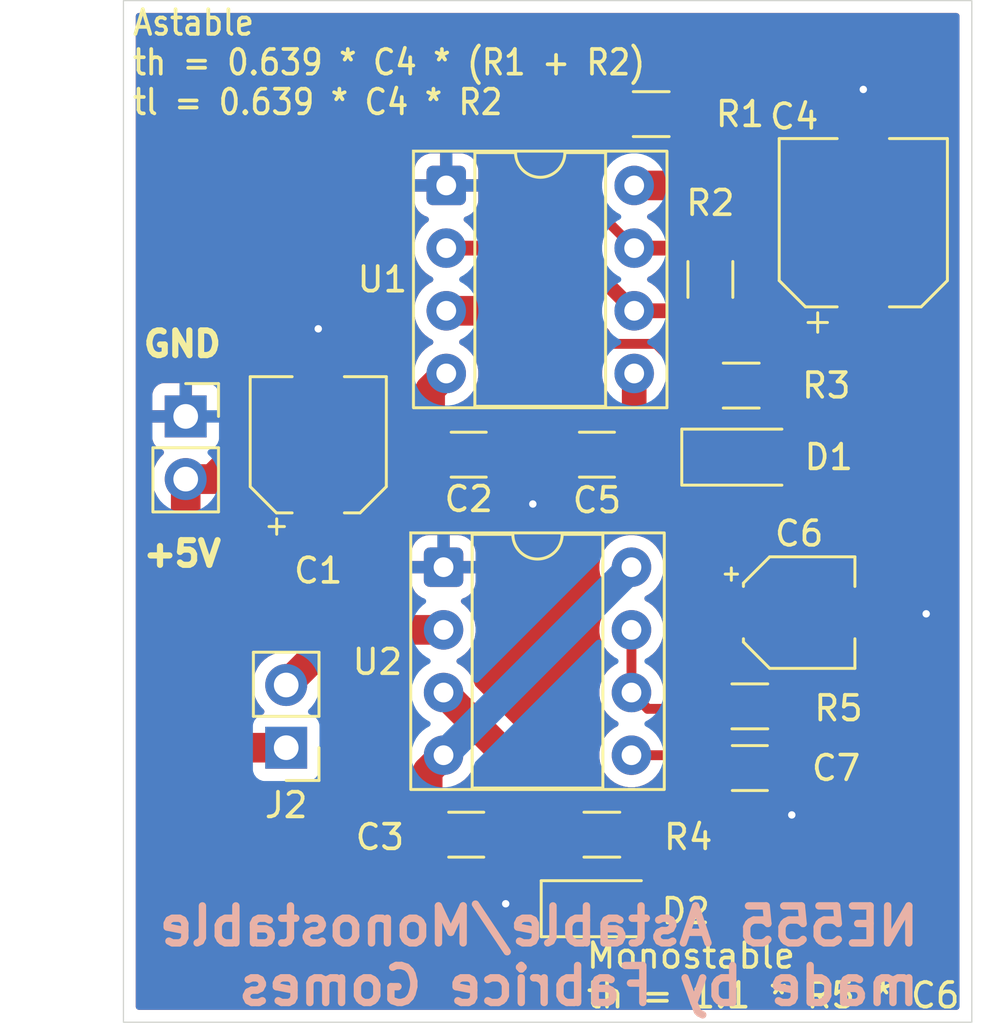
<source format=kicad_pcb>
(kicad_pcb (version 20241229) (generator "pcbnew") (generator_version "9.0")
  (layers (0 "F.Cu" signal) (2 "B.Cu" signal) (13 "F.Paste" user) (15 "B.Paste" user) (5 "F.SilkS" user "F.Silkscreen") (7 "B.SilkS" user "B.Silkscreen") (1 "F.Mask" user) (3 "B.Mask" user) (25 "Edge.Cuts" user))
  (net 0 "")
  (net 1 "+5V")
  (net 2 "GND")
  (net 3 "Net-(U2-CV)")
  (net 4 "Net-(U1-CV)")
  (net 5 "Net-(D1-A)")
  (net 6 "Net-(D2-A)")
  (net 7 "Net-(U2-Q)")
  (net 8 "Net-(U1-Q)")
  (net 9 "Net-(U1-THR)")
  (net 10 "Net-(U1-DIS)")
  (net 11 "Net-(U2-DIS)")
  (net 12 "Net-(J2-Pin_2)")
  (footprint "Package_DIP:DIP-8_W7.62mm_Socket" (layer "F.Cu") (at 104.88 92.26)
    (property "Reference" "U2" (at -2.68 3.84 0) (layer "F.SilkS"))
    (property "Value" "NE555P")
    (fp_line (start 1.16 -1.33) (end 1.16 8.95) (stroke (width 0.12)) (layer "F.SilkS"))
    (fp_line (start 1.16 8.95) (end 6.46 8.95) (stroke (width 0.12)) (layer "F.SilkS"))
    (fp_line (start 2.81 -1.33) (end 1.16 -1.33) (stroke (width 0.12)) (layer "F.SilkS"))
    (fp_line (start 6.46 -1.33) (end 4.81 -1.33) (stroke (width 0.12)) (layer "F.SilkS"))
    (fp_line (start 6.46 8.95) (end 6.46 -1.33) (stroke (width 0.12)) (layer "F.SilkS"))
    (fp_rect (start -1.33 -1.39) (end 8.95 9.01) (stroke (width 0.12)) (fill no) (layer "F.SilkS"))
    (fp_arc (start 4.81 -1.33) (mid 3.81 -0.33) (end 2.81 -1.33) (stroke (width 0.12)) (layer "F.SilkS"))
    (pad "1" thru_hole roundrect (at 0 0) (size 1.6 1.6) (drill 0.8) (layers "*.Cu" "*.Mask") (roundrect_rratio 0.15625) (net 2 "GND"))
    (pad "2" thru_hole circle (at 0 2.54) (size 1.6 1.6) (drill 0.8) (layers "*.Cu" "*.Mask"))
    (pad "3" thru_hole circle (at 0 5.08) (size 1.6 1.6) (drill 0.8) (layers "*.Cu" "*.Mask") (net 7 "Net-(U2-Q)"))
    (pad "4" thru_hole circle (at 0 7.62) (size 1.6 1.6) (drill 0.8) (layers "*.Cu" "*.Mask") (net 1 "+5V"))
    (pad "5" thru_hole circle (at 7.62 7.62) (size 1.6 1.6) (drill 0.8) (layers "*.Cu" "*.Mask") (net 3 "Net-(U2-CV)"))
    (pad "6" thru_hole circle (at 7.62 5.08) (size 1.6 1.6) (drill 0.8) (layers "*.Cu" "*.Mask") (net 11 "Net-(U2-DIS)"))
    (pad "7" thru_hole circle (at 7.62 2.54) (size 1.6 1.6) (drill 0.8) (layers "*.Cu" "*.Mask") (net 11 "Net-(U2-DIS)"))
    (pad "8" thru_hole circle (at 7.62 0) (size 1.6 1.6) (drill 0.8) (layers "*.Cu" "*.Mask") (net 1 "+5V"))
  )
  (footprint "Package_DIP:DIP-8_W7.62mm_Socket" (layer "F.Cu") (at 104.99 76.79)
    (property "Reference" "U1" (at -2.59 3.81 0) (layer "F.SilkS"))
    (property "Value" "NE555P")
    (fp_line (start 1.16 -1.33) (end 1.16 8.95) (stroke (width 0.12)) (layer "F.SilkS"))
    (fp_line (start 1.16 8.95) (end 6.46 8.95) (stroke (width 0.12)) (layer "F.SilkS"))
    (fp_line (start 2.81 -1.33) (end 1.16 -1.33) (stroke (width 0.12)) (layer "F.SilkS"))
    (fp_line (start 6.46 -1.33) (end 4.81 -1.33) (stroke (width 0.12)) (layer "F.SilkS"))
    (fp_line (start 6.46 8.95) (end 6.46 -1.33) (stroke (width 0.12)) (layer "F.SilkS"))
    (fp_rect (start -1.33 -1.39) (end 8.95 9.01) (stroke (width 0.12)) (fill no) (layer "F.SilkS"))
    (fp_arc (start 4.81 -1.33) (mid 3.81 -0.33) (end 2.81 -1.33) (stroke (width 0.12)) (layer "F.SilkS"))
    (pad "1" thru_hole roundrect (at 0 0) (size 1.6 1.6) (drill 0.8) (layers "*.Cu" "*.Mask") (roundrect_rratio 0.15625) (net 2 "GND"))
    (pad "2" thru_hole circle (at 0 2.54) (size 1.6 1.6) (drill 0.8) (layers "*.Cu" "*.Mask") (net 9 "Net-(U1-THR)"))
    (pad "3" thru_hole circle (at 0 5.08) (size 1.6 1.6) (drill 0.8) (layers "*.Cu" "*.Mask") (net 8 "Net-(U1-Q)"))
    (pad "4" thru_hole circle (at 0 7.62) (size 1.6 1.6) (drill 0.8) (layers "*.Cu" "*.Mask") (net 1 "+5V"))
    (pad "5" thru_hole circle (at 7.62 7.62) (size 1.6 1.6) (drill 0.8) (layers "*.Cu" "*.Mask") (net 4 "Net-(U1-CV)"))
    (pad "6" thru_hole circle (at 7.62 5.08) (size 1.6 1.6) (drill 0.8) (layers "*.Cu" "*.Mask") (net 9 "Net-(U1-THR)"))
    (pad "7" thru_hole circle (at 7.62 2.54) (size 1.6 1.6) (drill 0.8) (layers "*.Cu" "*.Mask") (net 10 "Net-(U1-DIS)"))
    (pad "8" thru_hole circle (at 7.62 0) (size 1.6 1.6) (drill 0.8) (layers "*.Cu" "*.Mask") (net 1 "+5V"))
  )
  (footprint "Capacitor_SMD:C_1206_3216Metric_Pad1.33x1.80mm_HandSolder" (layer "F.Cu") (at 111.1 87.7 180)
    (property "Reference" "C5" (at 0 -1.85 0) (layer "F.SilkS"))
    (property "Value" "10n")
    (fp_line (start -0.711252 0.91) (end 0.711252 0.91) (stroke (width 0.12)) (layer "F.SilkS"))
    (fp_line (start -0.711252 -0.91) (end 0.711252 -0.91) (stroke (width 0.12)) (layer "F.SilkS"))
    (pad "1" smd roundrect (at -1.5625 0 180) (size 1.325 1.8) (layers "F.Cu" "F.Mask" "F.Paste") (roundrect_rratio 0.188679) (net 4 "Net-(U1-CV)"))
    (pad "2" smd roundrect (at 1.5625 0 180) (size 1.325 1.8) (layers "F.Cu" "F.Mask" "F.Paste") (roundrect_rratio 0.188679) (net 2 "GND"))
  )
  (footprint "Capacitor_SMD:C_1206_3216Metric_Pad1.33x1.80mm_HandSolder" (layer "F.Cu") (at 117.3 100.4)
    (property "Reference" "C7" (at 3.5 0 0) (layer "F.SilkS"))
    (property "Value" "10n")
    (fp_line (start -0.711252 -0.91) (end 0.711252 -0.91) (stroke (width 0.12)) (layer "F.SilkS"))
    (fp_line (start -0.711252 0.91) (end 0.711252 0.91) (stroke (width 0.12)) (layer "F.SilkS"))
    (pad "1" smd roundrect (at -1.5625 0) (size 1.325 1.8) (layers "F.Cu" "F.Mask" "F.Paste") (roundrect_rratio 0.188679) (net 3 "Net-(U2-CV)"))
    (pad "2" smd roundrect (at 1.5625 0) (size 1.325 1.8) (layers "F.Cu" "F.Mask" "F.Paste") (roundrect_rratio 0.188679) (net 2 "GND"))
  )
  (footprint "Diode_SMD:D_1206_3216Metric_Pad1.42x1.75mm_HandSolder" (layer "F.Cu") (at 117 87.8)
    (property "Reference" "D1" (at 3.5 0 0) (layer "F.SilkS"))
    (property "Value" "Rot")
    (fp_line (start -2.46 -1.135) (end -2.46 1.135) (stroke (width 0.12)) (layer "F.SilkS"))
    (fp_line (start -2.46 1.135) (end 1.6 1.135) (stroke (width 0.12)) (layer "F.SilkS"))
    (fp_line (start 1.6 -1.135) (end -2.46 -1.135) (stroke (width 0.12)) (layer "F.SilkS"))
    (pad "1" smd roundrect (at -1.4875 0) (size 1.425 1.75) (layers "F.Cu" "F.Mask" "F.Paste") (roundrect_rratio 0.175439) (net 2 "GND"))
    (pad "2" smd roundrect (at 1.4875 0) (size 1.425 1.75) (layers "F.Cu" "F.Mask" "F.Paste") (roundrect_rratio 0.175439) (net 5 "Net-(D1-A)"))
  )
  (footprint "Capacitor_SMD:CP_Elec_4x5.4" (layer "F.Cu") (at 119.3 94.1)
    (property "Reference" "C6" (at 0 -3.2 0) (layer "F.SilkS"))
    (property "Value" "22u")
    (fp_line (start -3 -1.56) (end -2.5 -1.56) (stroke (width 0.12)) (layer "F.SilkS"))
    (fp_line (start -2.75 -1.81) (end -2.75 -1.31) (stroke (width 0.12)) (layer "F.SilkS"))
    (fp_line (start -2.26 -1.195563) (end -2.26 -1.06) (stroke (width 0.12)) (layer "F.SilkS"))
    (fp_line (start -2.26 -1.195563) (end -1.195563 -2.26) (stroke (width 0.12)) (layer "F.SilkS"))
    (fp_line (start -2.26 1.195563) (end -2.26 1.06) (stroke (width 0.12)) (layer "F.SilkS"))
    (fp_line (start -2.26 1.195563) (end -1.195563 2.26) (stroke (width 0.12)) (layer "F.SilkS"))
    (fp_line (start -1.195563 -2.26) (end 2.26 -2.26) (stroke (width 0.12)) (layer "F.SilkS"))
    (fp_line (start -1.195563 2.26) (end 2.26 2.26) (stroke (width 0.12)) (layer "F.SilkS"))
    (fp_line (start 2.26 -2.26) (end 2.26 -1.06) (stroke (width 0.12)) (layer "F.SilkS"))
    (fp_line (start 2.26 2.26) (end 2.26 1.06) (stroke (width 0.12)) (layer "F.SilkS"))
    (pad "1" smd roundrect (at -1.8 0) (size 2.6 1.6) (layers "F.Cu" "F.Mask" "F.Paste") (roundrect_rratio 0.15625) (net 11 "Net-(U2-DIS)"))
    (pad "2" smd roundrect (at 1.8 0) (size 2.6 1.6) (layers "F.Cu" "F.Mask" "F.Paste") (roundrect_rratio 0.15625) (net 2 "GND"))
  )
  (footprint "Connector_PinHeader_2.54mm:PinHeader_1x02_P2.54mm_Vertical" (layer "F.Cu") (at 98.5 99.575 180)
    (property "Reference" "J2" (at 0 -2.33 0) (layer "F.SilkS"))
    (property "Value" "Conn_01x02_Pin")
    (fp_line (start 1.33 1.27) (end 1.33 3.87) (stroke (width 0.12)) (layer "F.SilkS"))
    (fp_line (start -1.33 3.87) (end 1.33 3.87) (stroke (width 0.12)) (layer "F.SilkS"))
    (fp_line (start -1.33 1.27) (end 1.33 1.27) (stroke (width 0.12)) (layer "F.SilkS"))
    (fp_line (start -1.33 1.27) (end -1.33 3.87) (stroke (width 0.12)) (layer "F.SilkS"))
    (fp_line (start -1.33 0) (end -1.33 -1.33) (stroke (width 0.12)) (layer "F.SilkS"))
    (fp_line (start -1.33 -1.33) (end 0 -1.33) (stroke (width 0.12)) (layer "F.SilkS"))
    (pad "1" thru_hole rect (at 0 0 180) (size 1.7 1.7) (drill 1) (layers "*.Cu" "*.Mask") (net 1 "+5V"))
    (pad "2" thru_hole oval (at 0 2.54 180) (size 1.7 1.7) (drill 1) (layers "*.Cu" "*.Mask") (net 12 "Net-(J2-Pin_2)"))
  )
  (footprint "Resistor_SMD:R_1206_3216Metric_Pad1.30x1.75mm_HandSolder" (layer "F.Cu") (at 111.3 103.1)
    (property "Reference" "R4" (at 3.5 0.1 0) (layer "F.SilkS"))
    (property "Value" "330")
    (fp_line (start -0.727064 -0.91) (end 0.727064 -0.91) (stroke (width 0.12)) (layer "F.SilkS"))
    (fp_line (start -0.727064 0.91) (end 0.727064 0.91) (stroke (width 0.12)) (layer "F.SilkS"))
    (pad "1" smd roundrect (at -1.55 0) (size 1.3 1.75) (layers "F.Cu" "F.Mask" "F.Paste") (roundrect_rratio 0.192308) (net 7 "Net-(U2-Q)"))
    (pad "2" smd roundrect (at 1.55 0) (size 1.3 1.75) (layers "F.Cu" "F.Mask" "F.Paste") (roundrect_rratio 0.192308) (net 6 "Net-(D2-A)"))
  )
  (footprint "Connector_PinSocket_2.54mm:PinSocket_1x02_P2.54mm_Vertical" (layer "F.Cu") (at 94.425 86.15)
    (property "Reference" "J1" (hide yes))
    (property "Value" "Conn_01x02_Socket")
    (fp_line (start -1.33 1.27) (end -1.33 3.87) (stroke (width 0.12)) (layer "F.SilkS"))
    (fp_line (start -1.33 1.27) (end 1.33 1.27) (stroke (width 0.12)) (layer "F.SilkS"))
    (fp_line (start -1.33 3.87) (end 1.33 3.87) (stroke (width 0.12)) (layer "F.SilkS"))
    (fp_line (start 0 -1.33) (end 1.33 -1.33) (stroke (width 0.12)) (layer "F.SilkS"))
    (fp_line (start 1.33 -1.33) (end 1.33 0) (stroke (width 0.12)) (layer "F.SilkS"))
    (fp_line (start 1.33 1.27) (end 1.33 3.87) (stroke (width 0.12)) (layer "F.SilkS"))
    (pad "1" thru_hole rect (at 0 0) (size 1.7 1.7) (drill 1) (layers "*.Cu" "*.Mask") (net 2 "GND"))
    (pad "2" thru_hole oval (at 0 2.54) (size 1.7 1.7) (drill 1) (layers "*.Cu" "*.Mask") (net 1 "+5V"))
  )
  (footprint "Resistor_SMD:R_1206_3216Metric_Pad1.30x1.75mm_HandSolder" (layer "F.Cu") (at 116.95 84.9)
    (property "Reference" "R3" (at 3.45 0 0) (layer "F.SilkS"))
    (property "Value" "330")
    (fp_line (start -0.727064 -0.91) (end 0.727064 -0.91) (stroke (width 0.12)) (layer "F.SilkS"))
    (fp_line (start -0.727064 0.91) (end 0.727064 0.91) (stroke (width 0.12)) (layer "F.SilkS"))
    (pad "1" smd roundrect (at -1.55 0) (size 1.3 1.75) (layers "F.Cu" "F.Mask" "F.Paste") (roundrect_rratio 0.192308) (net 8 "Net-(U1-Q)"))
    (pad "2" smd roundrect (at 1.55 0) (size 1.3 1.75) (layers "F.Cu" "F.Mask" "F.Paste") (roundrect_rratio 0.192308) (net 5 "Net-(D1-A)"))
  )
  (footprint "Capacitor_SMD:CP_Elec_5x5.4" (layer "F.Cu") (at 99.8 87.3 90)
    (property "Reference" "C1" (at -5.1 0 180) (layer "F.SilkS"))
    (property "Value" "10u")
    (fp_line (start 2.76 -2.76) (end 2.76 -1.06) (stroke (width 0.12)) (layer "F.SilkS"))
    (fp_line (start -1.695563 -2.76) (end 2.76 -2.76) (stroke (width 0.12)) (layer "F.SilkS"))
    (fp_line (start -3.3125 -1.9975) (end -3.3125 -1.3725) (stroke (width 0.12)) (layer "F.SilkS"))
    (fp_line (start -2.76 -1.695563) (end -1.695563 -2.76) (stroke (width 0.12)) (layer "F.SilkS"))
    (fp_line (start -2.76 -1.695563) (end -2.76 -1.06) (stroke (width 0.12)) (layer "F.SilkS"))
    (fp_line (start -3.625 -1.685) (end -3 -1.685) (stroke (width 0.12)) (layer "F.SilkS"))
    (fp_line (start -2.76 1.695563) (end -2.76 1.06) (stroke (width 0.12)) (layer "F.SilkS"))
    (fp_line (start -2.76 1.695563) (end -1.695563 2.76) (stroke (width 0.12)) (layer "F.SilkS"))
    (fp_line (start 2.76 2.76) (end 2.76 1.06) (stroke (width 0.12)) (layer "F.SilkS"))
    (fp_line (start -1.695563 2.76) (end 2.76 2.76) (stroke (width 0.12)) (layer "F.SilkS"))
    (pad "1" smd roundrect (at -2.2 0 90) (size 3 1.6) (layers "F.Cu" "F.Mask" "F.Paste") (roundrect_rratio 0.15625) (net 1 "+5V"))
    (pad "2" smd roundrect (at 2.2 0 90) (size 3 1.6) (layers "F.Cu" "F.Mask" "F.Paste") (roundrect_rratio 0.15625) (net 2 "GND"))
  )
  (footprint "Diode_SMD:D_1206_3216Metric_Pad1.42x1.75mm_HandSolder" (layer "F.Cu") (at 111.3 106.1)
    (property "Reference" "D2" (at 3.4 0.1 0) (layer "F.SilkS"))
    (property "Value" "Rot")
    (fp_line (start -2.46 -1.135) (end -2.46 1.135) (stroke (width 0.12)) (layer "F.SilkS"))
    (fp_line (start -2.46 1.135) (end 1.6 1.135) (stroke (width 0.12)) (layer "F.SilkS"))
    (fp_line (start 1.6 -1.135) (end -2.46 -1.135) (stroke (width 0.12)) (layer "F.SilkS"))
    (pad "1" smd roundrect (at -1.4875 0) (size 1.425 1.75) (layers "F.Cu" "F.Mask" "F.Paste") (roundrect_rratio 0.175439) (net 2 "GND"))
    (pad "2" smd roundrect (at 1.4875 0) (size 1.425 1.75) (layers "F.Cu" "F.Mask" "F.Paste") (roundrect_rratio 0.175439) (net 6 "Net-(D2-A)"))
  )
  (footprint "Capacitor_SMD:C_1206_3216Metric_Pad1.33x1.80mm_HandSolder" (layer "F.Cu") (at 105.9 87.7)
    (property "Reference" "C2" (at 0 1.8 0) (layer "F.SilkS"))
    (property "Value" "100n")
    (fp_line (start -0.711252 -0.91) (end 0.711252 -0.91) (stroke (width 0.12)) (layer "F.SilkS"))
    (fp_line (start -0.711252 0.91) (end 0.711252 0.91) (stroke (width 0.12)) (layer "F.SilkS"))
    (pad "1" smd roundrect (at -1.5625 0) (size 1.325 1.8) (layers "F.Cu" "F.Mask" "F.Paste") (roundrect_rratio 0.188679) (net 1 "+5V"))
    (pad "2" smd roundrect (at 1.5625 0) (size 1.325 1.8) (layers "F.Cu" "F.Mask" "F.Paste") (roundrect_rratio 0.188679) (net 2 "GND"))
  )
  (footprint "Capacitor_SMD:CP_Elec_6.3x7.7" (layer "F.Cu") (at 121.9 78.3 90)
    (property "Reference" "C4" (at 4.3 -2.8 180) (layer "F.SilkS"))
    (property "Value" "100u")
    (fp_line (start 3.41 -3.41) (end 3.41 -1.06) (stroke (width 0.12)) (layer "F.SilkS"))
    (fp_line (start -2.345563 -3.41) (end 3.41 -3.41) (stroke (width 0.12)) (layer "F.SilkS"))
    (fp_line (start -3.41 -2.345563) (end -2.345563 -3.41) (stroke (width 0.12)) (layer "F.SilkS"))
    (fp_line (start -3.41 -2.345563) (end -3.41 -1.06) (stroke (width 0.12)) (layer "F.SilkS"))
    (fp_line (start -4.04375 -2.24125) (end -4.04375 -1.45375) (stroke (width 0.12)) (layer "F.SilkS"))
    (fp_line (start -4.4375 -1.8475) (end -3.65 -1.8475) (stroke (width 0.12)) (layer "F.SilkS"))
    (fp_line (start -3.41 2.345563) (end -3.41 1.06) (stroke (width 0.12)) (layer "F.SilkS"))
    (fp_line (start -3.41 2.345563) (end -2.345563 3.41) (stroke (width 0.12)) (layer "F.SilkS"))
    (fp_line (start 3.41 3.41) (end 3.41 1.06) (stroke (width 0.12)) (layer "F.SilkS"))
    (fp_line (start -2.345563 3.41) (end 3.41 3.41) (stroke (width 0.12)) (layer "F.SilkS"))
    (pad "1" smd roundrect (at -2.7 0 90) (size 3.5 1.6) (layers "F.Cu" "F.Mask" "F.Paste") (roundrect_rratio 0.15625) (net 9 "Net-(U1-THR)"))
    (pad "2" smd roundrect (at 2.7 0 90) (size 3.5 1.6) (layers "F.Cu" "F.Mask" "F.Paste") (roundrect_rratio 0.15625) (net 2 "GND"))
  )
  (footprint "Resistor_SMD:R_1206_3216Metric_Pad1.30x1.75mm_HandSolder" (layer "F.Cu") (at 115.7 80.6 90)
    (property "Reference" "R2" (at 3.1 0 180) (layer "F.SilkS"))
    (property "Value" "15k")
    (fp_line (start -0.727064 -0.91) (end 0.727064 -0.91) (stroke (width 0.12)) (layer "F.SilkS"))
    (fp_line (start -0.727064 0.91) (end 0.727064 0.91) (stroke (width 0.12)) (layer "F.SilkS"))
    (pad "1" smd roundrect (at -1.55 0 90) (size 1.3 1.75) (layers "F.Cu" "F.Mask" "F.Paste") (roundrect_rratio 0.192308) (net 9 "Net-(U1-THR)"))
    (pad "2" smd roundrect (at 1.55 0 90) (size 1.3 1.75) (layers "F.Cu" "F.Mask" "F.Paste") (roundrect_rratio 0.192308) (net 10 "Net-(U1-DIS)"))
  )
  (footprint "Resistor_SMD:R_1206_3216Metric_Pad1.30x1.75mm_HandSolder" (layer "F.Cu") (at 113.3 73.9)
    (property "Reference" "R1" (at 3.6 0 0) (layer "F.SilkS"))
    (property "Value" "1k")
    (fp_line (start -0.727064 -0.91) (end 0.727064 -0.91) (stroke (width 0.12)) (layer "F.SilkS"))
    (fp_line (start -0.727064 0.91) (end 0.727064 0.91) (stroke (width 0.12)) (layer "F.SilkS"))
    (pad "1" smd roundrect (at -1.55 0) (size 1.3 1.75) (layers "F.Cu" "F.Mask" "F.Paste") (roundrect_rratio 0.192308) (net 10 "Net-(U1-DIS)"))
    (pad "2" smd roundrect (at 1.55 0) (size 1.3 1.75) (layers "F.Cu" "F.Mask" "F.Paste") (roundrect_rratio 0.192308) (net 1 "+5V"))
  )
  (footprint "Resistor_SMD:R_1206_3216Metric_Pad1.30x1.75mm_HandSolder" (layer "F.Cu") (at 117.3 97.9 180)
    (property "Reference" "R5" (at -3.596181 -0.079505 0) (layer "F.SilkS"))
    (property "Value" "39k")
    (fp_line (start -0.727064 0.91) (end 0.727064 0.91) (stroke (width 0.12)) (layer "F.SilkS"))
    (fp_line (start -0.727064 -0.91) (end 0.727064 -0.91) (stroke (width 0.12)) (layer "F.SilkS"))
    (pad "1" smd roundrect (at -1.55 0 180) (size 1.3 1.75) (layers "F.Cu" "F.Mask" "F.Paste") (roundrect_rratio 0.192308) (net 11 "Net-(U2-DIS)"))
    (pad "2" smd roundrect (at 1.55 0 180) (size 1.3 1.75) (layers "F.Cu" "F.Mask" "F.Paste") (roundrect_rratio 0.192308) (net 1 "+5V"))
  )
  (footprint "Capacitor_SMD:C_1206_3216Metric_Pad1.33x1.80mm_HandSolder" (layer "F.Cu") (at 105.8 103.1)
    (property "Reference" "C3" (at -3.5 0.1 0) (layer "F.SilkS"))
    (property "Value" "100n")
    (fp_line (start -0.711252 -0.91) (end 0.711252 -0.91) (stroke (width 0.12)) (layer "F.SilkS"))
    (fp_line (start -0.711252 0.91) (end 0.711252 0.91) (stroke (width 0.12)) (layer "F.SilkS"))
    (pad "1" smd roundrect (at -1.5625 0) (size 1.325 1.8) (layers "F.Cu" "F.Mask" "F.Paste") (roundrect_rratio 0.188679) (net 1 "+5V"))
    (pad "2" smd roundrect (at 1.5625 0) (size 1.325 1.8) (layers "F.Cu" "F.Mask" "F.Paste") (roundrect_rratio 0.188679) (net 2 "GND"))
  )
  (gr_rect (start 91.9 69.3) (end 126.3 110.7) (stroke (width 0.05)) (fill no) (layer "Edge.Cuts"))
  (gr_text "GND\n" (at 92.6 83.8 0) (layer "F.SilkS") (effects (font (size 1 1) (thickness 0.25) (bold yes)) (justify left bottom)))
  (gr_text "Astable\nth = 0.639 * C4 * (R1 + R2)\ntl = 0.639 * C4 * R2  " (at 92.2 74 0) (layer "F.SilkS") (effects (font (size 1 0.9)) (justify left bottom)))
  (gr_text "+5V" (at 92.6 92.3 0) (layer "F.SilkS") (effects (font (size 1 1) (thickness 0.25) (bold yes)) (justify left bottom)))
  (gr_text "Monostable\nth = 1.1 * R5 * C6\n" (at 110.6 110.2 0) (layer "F.SilkS") (effects (font (size 1 1)) (justify left bottom)))
  (gr_text "NE555 Astable/Monostable\nmade by Fabrice Gomes" (at 124.3 110.1 0) (layer "B.SilkS") (effects (font (size 1.5 1.5) (thickness 0.3) (bold yes)) (justify left bottom mirror)))
  (segment (start 114.9 75.9) (end 114.85 75.85) (width 1.2) (layer "F.Cu") (net 1))
  (segment (start 98.99 88.69) (end 99.8 89.5) (width 1.2) (layer "F.Cu") (net 1))
  (segment (start 95.51 88.69) (end 96.9 87.3) (width 1.2) (layer "F.Cu") (net 1))
  (segment (start 104.3375 87.7) (end 104.3375 85.0625) (width 1.2) (layer "F.Cu") (net 1))
  (segment (start 94.425 106.225) (end 96.6 108.4) (width 1.2) (layer "F.Cu") (net 1))
  (segment (start 96.6 108.4) (end 100.1 108.4) (width 1.2) (layer "F.Cu") (net 1))
  (segment (start 94.425 88.69) (end 94.425 98.8) (width 1.2) (layer "F.Cu") (net 1))
  (segment (start 104.3375 85.0625) (end 104.99 84.41) (width 1.2) (layer "F.Cu") (net 1))
  (segment (start 102.5375 89.5) (end 104.3375 87.7) (width 1.2) (layer "F.Cu") (net 1))
  (segment (start 114.01 76.79) (end 114.9 75.9) (width 1.2) (layer "F.Cu") (net 1))
  (segment (start 99.8 89.5) (end 102.5375 89.5) (width 1.2) (layer "F.Cu") (net 1))
  (segment (start 99.2 71.3) (end 112.25 71.3) (width 1.2) (layer "F.Cu") (net 1))
  (segment (start 104.2375 104.2625) (end 104.2375 103.1) (width 1.2) (layer "F.Cu") (net 1))
  (segment (start 100.1 108.4) (end 120 108.4) (width 1.2) (layer "F.Cu") (net 1))
  (segment (start 94.425 98.8) (end 95.2 99.575) (width 1.2) (layer "F.Cu") (net 1))
  (segment (start 121.2 98) (end 118.85 98) (width 1.2) (layer "F.Cu") (net 1))
  (segment (start 112.25 71.3) (end 114.85 73.9) (width 1.2) (layer "F.Cu") (net 1))
  (segment (start 100.1 108.4) (end 104.2375 104.2625) (width 1.2) (layer "F.Cu") (net 1))
  (segment (start 122.7 99.5) (end 121.2 98) (width 1.2) (layer "F.Cu") (net 1))
  (segment (start 96.9 73.6) (end 99.2 71.3) (width 1.2) (layer "F.Cu") (net 1))
  (segment (start 112.61 76.79) (end 114.01 76.79) (width 1.2) (layer "F.Cu") (net 1))
  (segment (start 94.425 98.8) (end 94.425 106.225) (width 1.2) (layer "F.Cu") (net 1))
  (segment (start 94.425 88.69) (end 98.99 88.69) (width 1.2) (layer "F.Cu") (net 1))
  (segment (start 120 108.4) (end 122.7 105.7) (width 1.2) (layer "F.Cu") (net 1))
  (segment (start 104.2375 100.5225) (end 104.88 99.88) (width 1.2) (layer "F.Cu") (net 1))
  (segment (start 122.7 105.7) (end 122.7 99.5) (width 1.2) (layer "F.Cu") (net 1))
  (segment (start 96.9 87.3) (end 96.9 73.6) (width 1.2) (layer "F.Cu") (net 1))
  (segment (start 114.85 75.85) (end 114.85 73.9) (width 1.2) (layer "F.Cu") (net 1))
  (segment (start 104.2375 103.1) (end 104.2375 100.5225) (width 1.2) (layer "F.Cu") (net 1))
  (segment (start 94.425 88.69) (end 95.51 88.69) (width 1.2) (layer "F.Cu") (net 1))
  (segment (start 95.2 99.575) (end 98.5 99.575) (width 1.2) (layer "F.Cu") (net 1))
  (segment (start 104.88 99.88) (end 112.5 92.26) (width 1.2) (layer "B.Cu") (net 1))
  (segment (start 109.5375 88.6625) (end 108.5 89.7) (width 0.4) (layer "F.Cu") (net 2))
  (segment (start 109.5375 87.7) (end 109.5375 88.6625) (width 0.4) (layer "F.Cu") (net 2))
  (segment (start 124.45 94.15) (end 124.4 94.1) (width 0.4) (layer "F.Cu") (net 2))
  (segment (start 107.6 106.1) (end 107.4 105.9) (width 0.4) (layer "F.Cu") (net 2))
  (segment (start 107.3625 103.1) (end 107.3625 105.8625) (width 0.4) (layer "F.Cu") (net 2))
  (segment (start 107.4625 87.7) (end 107.4625 88.6625) (width 0.4) (layer "F.Cu") (net 2))
  (segment (start 121.9 75.6) (end 121.9 72.9) (width 0.4) (layer "F.Cu") (net 2))
  (segment (start 99.8 85.1) (end 99.8 82.6) (width 0.4) (layer "F.Cu") (net 2))
  (segment (start 124.4 94.1) (end 122 94.1) (width 0.4) (layer "F.Cu") (net 2))
  (segment (start 118.8625 102.1625) (end 119 102.3) (width 0.4) (layer "F.Cu") (net 2))
  (segment (start 107.3625 105.8625) (end 107.4 105.9) (width 0.4) (layer "F.Cu") (net 2))
  (segment (start 118.8625 100.4) (end 118.8625 102.1625) (width 0.4) (layer "F.Cu") (net 2))
  (segment (start 109.8125 106.1) (end 107.6 106.1) (width 0.4) (layer "F.Cu") (net 2))
  (segment (start 107.4625 88.6625) (end 108.5 89.7) (width 0.4) (layer "F.Cu") (net 2))
  (via (at 124.45 94.15) (size 0.6) (drill 0.3) (layers "F.Cu" "B.Cu") (net 2))
  (via (at 119 102.3) (size 0.6) (drill 0.3) (layers "F.Cu" "B.Cu") (net 2))
  (via (at 121.9 72.9) (size 0.6) (drill 0.3) (layers "F.Cu" "B.Cu") (net 2))
  (via (at 108.5 89.7) (size 0.6) (drill 0.3) (layers "F.Cu" "B.Cu") (net 2))
  (via (at 99.8 82.6) (size 0.6) (drill 0.3) (layers "F.Cu" "B.Cu") (net 2))
  (via (at 107.4 105.9) (size 0.6) (drill 0.3) (layers "F.Cu" "B.Cu") (net 2))
  (segment (start 115.2175 99.88) (end 115.7375 100.4) (width 0.4) (layer "F.Cu") (net 3))
  (segment (start 112.5 99.88) (end 115.2175 99.88) (width 0.4) (layer "F.Cu") (net 3))
  (segment (start 112.61 87.6475) (end 112.6625 87.7) (width 0.4) (layer "F.Cu") (net 4))
  (segment (start 112.61 84.41) (end 112.61 87.6475) (width 1) (layer "F.Cu") (net 4))
  (segment (start 118.5 87.7875) (end 118.4875 87.8) (width 1) (layer "F.Cu") (net 5))
  (segment (start 118.5 84.9) (end 118.5 87.7875) (width 1) (layer "F.Cu") (net 5))
  (segment (start 109.75 102.21) (end 109.75 103.1) (width 1.2) (layer "F.Cu") (net 7))
  (segment (start 104.88 97.34) (end 109.75 102.21) (width 1.2) (layer "F.Cu") (net 7))
  (segment (start 111.309 83.209) (end 113.709 83.209) (width 0.4) (layer "F.Cu") (net 8))
  (segment (start 110.2 82.9) (end 111 82.9) (width 1.2) (layer "F.Cu") (net 8))
  (segment (start 111 82.9) (end 111.309 83.209) (width 0.4) (layer "F.Cu") (net 8))
  (segment (start 104.99 81.87) (end 109.17 81.87) (width 1.2) (layer "F.Cu") (net 8))
  (segment (start 109.17 81.87) (end 110.2 82.9) (width 1.2) (layer "F.Cu") (net 8))
  (segment (start 113.709 83.209) (end 115.4 84.9) (width 0.7) (layer "F.Cu") (net 8))
  (segment (start 111 82.9) (end 111.1 83) (width 1.2) (layer "F.Cu") (net 8))
  (segment (start 112.61 81.87) (end 115.42 81.87) (width 0.6) (layer "F.Cu") (net 9))
  (segment (start 104.99 79.33) (end 110.07 79.33) (width 0.6) (layer "F.Cu") (net 9))
  (segment (start 120.75 82.15) (end 121.9 81) (width 0.6) (layer "F.Cu") (net 9))
  (segment (start 115.42 81.87) (end 115.7 82.15) (width 0.4) (layer "F.Cu") (net 9))
  (segment (start 115.7 82.15) (end 120.75 82.15) (width 0.6) (layer "F.Cu") (net 9))
  (segment (start 110.07 79.33) (end 112.61 81.87) (width 0.6) (layer "F.Cu") (net 9))
  (segment (start 110.5 77.22) (end 112.61 79.33) (width 0.4) (layer "F.Cu") (net 10))
  (segment (start 112.61 79.33) (end 115.42 79.33) (width 0.6) (layer "F.Cu") (net 10))
  (segment (start 111.75 73.9) (end 111.3 73.9) (width 0.4) (layer "F.Cu") (net 10))
  (segment (start 115.42 79.33) (end 115.7 79.05) (width 0.6) (layer "F.Cu") (net 10))
  (segment (start 111.3 73.9) (end 110.5 74.7) (width 0.4) (layer "F.Cu") (net 10))
  (segment (start 110.5 74.7) (end 110.5 77.22) (width 0.4) (layer "F.Cu") (net 10))
  (segment (start 115.75 98) (end 115.75 95.85) (width 0.4) (layer "F.Cu") (net 11))
  (segment (start 112.5 97.34) (end 112.5 94.8) (width 0.4) (layer "F.Cu") (net 11))
  (segment (start 115.75 95.85) (end 117.5 94.1) (width 0.4) (layer "F.Cu") (net 11))
  (segment (start 113.16 98) (end 112.5 97.34) (width 0.4) (layer "F.Cu") (net 11))
  (segment (start 115.75 98) (end 113.16 98) (width 0.4) (layer "F.Cu") (net 11))
  (segment (start 100.735 94.8) (end 98.5 97.035) (width 1.2) (layer "F.Cu") (net 12))
  (segment (start 104.88 94.8) (end 100.735 94.8) (width 1.2) (layer "F.Cu") (net 12))
  (zone (net 2) (net_name "GND") (layers "F.Cu" "B.Cu") (connect_pads (clearance 0.5)) (min_thickness 0.25) (fill yes (thermal_gap 0.5) (thermal_bridge_width 0.5))
    (polygon (pts (xy 91.901932 69.3) (xy 91.962934 110.8) (xy 126.2 110.8) (xy 126.349045 69.3)))
  )
)
</source>
